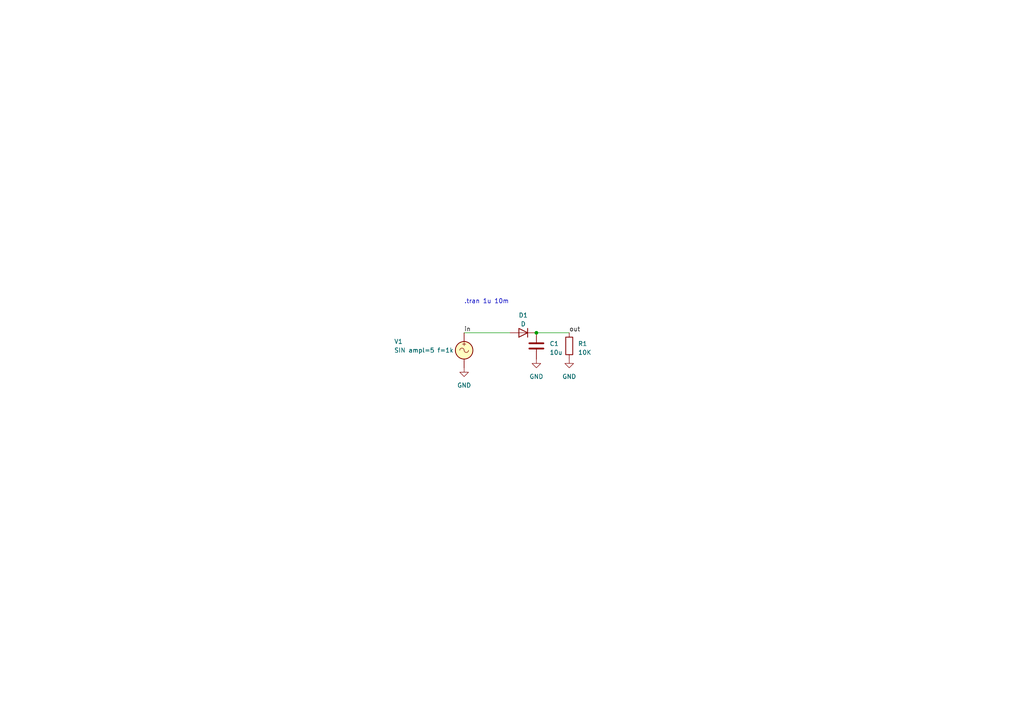
<source format=kicad_sch>
(kicad_sch (version 20221004) (generator eeschema)
  (paper "A4")
  (lib_symbols
    (symbol "Device:C" (pin_numbers hide) (pin_names (offset 0.254))
      (property "Reference" "C" (at 0.635 2.54 0))
      (property "Value" "C" (at 0.635 -2.54 0))
      (symbol "C_0_1"
        (polyline (pts (xy -2.032 -0.762) (xy 2.032 -0.762)) (stroke (width 0.508)))
        (polyline (pts (xy -2.032 0.762) (xy 2.032 0.762)) (stroke (width 0.508)))
      )
      (symbol "C_1_1"
        (pin passive line (at 0 3.81 270) (length 2.794) (name "~") (number "1"))
        (pin passive line (at 0 -3.81 90) (length 2.794) (name "~") (number "2"))
      )
    )
    (symbol "Device:D" (pin_numbers hide) (pin_names (offset 1.016) hide)
      (property "Reference" "D" (at 0 2.54 0))
      (property "Value" "D" (at 0 -2.54 0))
      (symbol "D_0_1"
        (polyline (pts (xy -1.27 1.27) (xy -1.27 -1.27)) (stroke (width 0.254)))
        (polyline (pts (xy 1.27 0) (xy -1.27 0)))
        (polyline (pts (xy 1.27 1.27) (xy 1.27 -1.27) (xy -1.27 0) (xy 1.27 1.27)) (stroke (width 0.254)))
      )
      (symbol "D_1_1"
        (pin passive line (at -3.81 0 0) (length 2.54) (name "K") (number "1"))
        (pin passive line (at 3.81 0 180) (length 2.54) (name "A") (number "2"))
      )
    )
    (symbol "Device:R" (pin_numbers hide) (pin_names (offset 0))
      (property "Reference" "R" (at 2.032 0 90))
      (property "Value" "R" (at 0 0 90))
      (symbol "R_0_1"
        (rectangle (start -1.016 -2.54) (end 1.016 2.54) (stroke (width 0.254)))
      )
      (symbol "R_1_1"
        (pin passive line (at 0 3.81 270) (length 1.27) (name "~") (number "1"))
        (pin passive line (at 0 -3.81 90) (length 1.27) (name "~") (number "2"))
      )
    )
    (symbol "Simulation_SPICE:VSIN" (pin_numbers hide) (pin_names (offset 0.0254))
      (property "Reference" "V" (at 2.54 2.54 0))
      (property "Value" "VSIN" (at 2.54 0 0))
      (property "Spice_Model" "sin(0 1 1k)" (at 2.54 -2.54 0))
      (symbol "VSIN_0_0"
        (arc (start 0 0) (mid -0.635 0.635) (end -1.27 0))
        (arc (start 0 0) (mid 0.635 -0.635) (end 1.27 0))
        (text "+" (at 0 1.905 0) (effects (font (size 1.27 1.27))))
      )
      (symbol "VSIN_0_1"
        (circle (center 0 0) (radius 2.54) (stroke (width 0.254)) (fill (type background)))
      )
      (symbol "VSIN_1_1"
        (pin passive line (at 0 5.08 270) (length 2.54) (name "~") (number "1"))
        (pin passive line (at 0 -5.08 90) (length 2.54) (name "~") (number "2"))
      )
    )
    (symbol "power:GND" (power) (pin_names (offset 0))
      (property "Value" "GND" (at 0 -3.81 0))
      (symbol "GND_0_1"
        (polyline (pts (xy 0 0) (xy 0 -1.27) (xy 1.27 -1.27) (xy 0 -2.54) (xy -1.27 -1.27) (xy 0 -1.27)))
      )
      (symbol "GND_1_1"
        (pin power_in line (at 0 0 270) (length 0) hide (name "GND") (number "1"))
      )
    )
  )
  (junction (at 155.575 96.52))
  (wire (pts (xy 155.575 96.52) (xy 165.1 96.52)))
  (wire (pts (xy 134.62 96.52) (xy 147.955 96.52)))
  (text ".tran 1u 10m" (at 134.62 88.265 0) (effects (font (size 1.27 1.27)) (justify left bottom)))
  (label "in" (at 134.62 96.52 0))
  (label "out" (at 165.1 96.52 0))
  (symbol (lib_id "power:GND") (at 134.62 106.68 0) (unit 1)
    (property "Reference" "#PWR0103" (effects hide))
    (property "Value" "GND" (at 134.62 111.76 0))
  )
  (symbol (lib_id "power:GND") (at 165.1 104.14 0) (unit 1)
    (property "Reference" "#PWR0101" (effects hide))
    (property "Value" "GND" (at 165.1 109.22 0))
  )
  (symbol (lib_id "Simulation_SPICE:VSIN") (at 134.62 101.6 0) (unit 1)
    (property "Reference" "V1" (at 114.3 99.06 0) (effects (justify left)))
    (property "Value" "SIN ampl=5 f=1k" (at 114.3 101.6 0) (effects (justify left)))
  )
  (symbol (lib_id "Device:C") (at 155.575 100.33 0) (unit 1)
    (property "Reference" "C1" (at 159.385 99.695 0) (effects (justify left)))
    (property "Value" "10u" (at 159.385 102.235 0) (effects (justify left)))
  )
  (symbol (lib_id "Device:D") (at 151.765 96.52 180) (unit 1)
    (property "Reference" "D1" (at 151.765 91.44 0))
    (property "Value" "D" (at 151.765 93.98 0))
    (property "Sim_Device" "DIODE" (effects hide))
    (property "Sim_Name" "DIODE1" (effects hide))
    (property "Sim_Library" "diode.lib" (effects hide))
    (property "Sim_Pins" "2 1" (effects hide))
  )
  (symbol (lib_id "Device:R") (at 165.1 100.33 0) (unit 1)
    (property "Reference" "R1" (at 167.64 99.695 0) (effects (justify left)))
    (property "Value" "10K" (at 167.64 102.235 0) (effects (justify left)))
  )
  (symbol (lib_id "power:GND") (at 155.575 104.14 0) (unit 1)
    (property "Reference" "#PWR0102" (effects hide))
    (property "Value" "GND" (at 155.575 109.22 0))
  )
)
</source>
